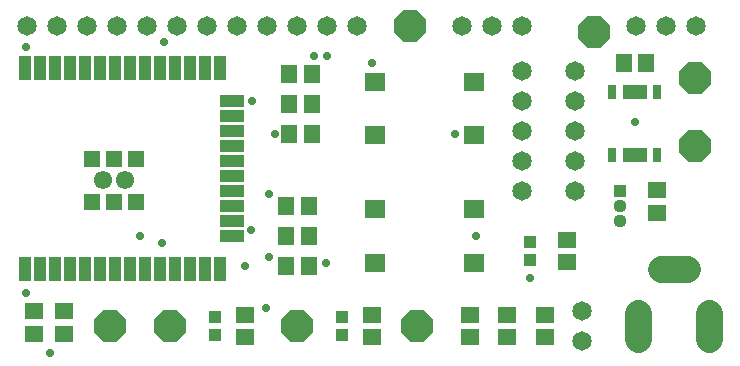
<source format=gbr>
G04 EAGLE Gerber RS-274X export*
G75*
%MOMM*%
%FSLAX34Y34*%
%LPD*%
%INSoldermask Top*%
%IPPOS*%
%AMOC8*
5,1,8,0,0,1.08239X$1,22.5*%
G01*
%ADD10R,1.427000X1.627000*%
%ADD11R,1.627000X1.427000*%
%ADD12C,1.651000*%
%ADD13R,0.727000X1.177000*%
%ADD14R,1.997000X1.177000*%
%ADD15R,1.077000X1.077000*%
%ADD16R,1.727000X1.527000*%
%ADD17R,1.027000X2.127000*%
%ADD18R,2.127000X1.027000*%
%ADD19R,1.457000X1.457000*%
%ADD20C,1.549400*%
%ADD21R,1.127000X1.127000*%
%ADD22C,1.127000*%
%ADD23P,2.886734X8X22.500000*%
%ADD24C,2.311400*%
%ADD25C,0.731000*%


D10*
X523900Y260350D03*
X542900Y260350D03*
D11*
X552450Y153010D03*
X552450Y134010D03*
D12*
X488950Y50800D03*
X488950Y25400D03*
D13*
X514350Y182800D03*
D14*
X533400Y182800D03*
D13*
X552450Y182800D03*
X552450Y236300D03*
D14*
X533400Y236300D03*
D13*
X514350Y236300D03*
D15*
X444500Y94100D03*
X444500Y109100D03*
D10*
X257150Y139700D03*
X238150Y139700D03*
X259690Y200660D03*
X240690Y200660D03*
D11*
X457200Y28600D03*
X457200Y47600D03*
D16*
X313600Y91800D03*
X397600Y91800D03*
X313600Y136800D03*
X397600Y136800D03*
X313600Y199750D03*
X397600Y199750D03*
X313600Y244750D03*
X397600Y244750D03*
D17*
X17250Y86450D03*
X29950Y86450D03*
X42650Y86450D03*
X55350Y86450D03*
X68050Y86450D03*
X80750Y86450D03*
X93450Y86450D03*
X106150Y86450D03*
X118850Y86450D03*
X131550Y86450D03*
X144250Y86450D03*
X156950Y86450D03*
X169650Y86450D03*
X182350Y86450D03*
D18*
X192350Y114300D03*
X192350Y127000D03*
X192350Y139700D03*
X192350Y152400D03*
X192350Y165100D03*
X192350Y177800D03*
X192350Y190500D03*
X192350Y203200D03*
X192350Y215900D03*
X192350Y228600D03*
D17*
X182350Y256450D03*
X169650Y256450D03*
X156950Y256450D03*
X144250Y256450D03*
X131550Y256450D03*
X118850Y256450D03*
X106150Y256450D03*
X93450Y256450D03*
X80750Y256450D03*
X68050Y256450D03*
X55350Y256450D03*
X42650Y256450D03*
X29950Y256450D03*
X17250Y256450D03*
D19*
X73900Y143100D03*
X73900Y179800D03*
X92250Y143100D03*
X92250Y179800D03*
X110600Y143100D03*
X110600Y179800D03*
D20*
X83075Y161450D03*
X101425Y161450D03*
D12*
X247650Y292100D03*
X273050Y292100D03*
X298450Y292100D03*
X222250Y292100D03*
X196850Y292100D03*
X171450Y292100D03*
X146050Y292100D03*
X120650Y292100D03*
X95250Y292100D03*
X69850Y292100D03*
X44450Y292100D03*
X19050Y292100D03*
D15*
X177800Y45600D03*
X177800Y30600D03*
X285750Y30600D03*
X285750Y45600D03*
D11*
X203200Y28600D03*
X203200Y47600D03*
X311150Y47600D03*
X311150Y28600D03*
D21*
X520700Y152400D03*
D22*
X520700Y139700D03*
X520700Y127000D03*
D12*
X482600Y203200D03*
X482600Y228600D03*
X482600Y254000D03*
X482600Y177800D03*
X482600Y152400D03*
X438150Y203200D03*
X438150Y177800D03*
X438150Y152400D03*
X438150Y228600D03*
X438150Y254000D03*
X387350Y292100D03*
X412750Y292100D03*
X438150Y292100D03*
D10*
X238150Y88900D03*
X257150Y88900D03*
X257150Y114300D03*
X238150Y114300D03*
X240690Y251460D03*
X259690Y251460D03*
X259690Y226060D03*
X240690Y226060D03*
D11*
X393700Y47600D03*
X393700Y28600D03*
X425450Y28600D03*
X425450Y47600D03*
D23*
X88900Y38100D03*
X247650Y38100D03*
X139700Y38100D03*
X499110Y287020D03*
X349250Y38100D03*
X342900Y292100D03*
X584200Y190500D03*
X584200Y247650D03*
D11*
X24384Y50648D03*
X24384Y31648D03*
X49784Y50648D03*
X49784Y31648D03*
X476250Y111100D03*
X476250Y92100D03*
D12*
X585470Y292100D03*
X560070Y292100D03*
X534670Y292100D03*
D24*
X555498Y86100D02*
X577342Y86100D01*
X596420Y49022D02*
X596420Y27178D01*
X536420Y27178D02*
X536420Y49022D01*
D25*
X228600Y200660D03*
X223520Y149860D03*
X223520Y96520D03*
X220980Y53340D03*
X17780Y274320D03*
X17780Y66040D03*
X38100Y15240D03*
X398780Y114300D03*
X444500Y78740D03*
X533400Y210820D03*
X381000Y200660D03*
X261620Y266700D03*
X271780Y91440D03*
X208280Y119380D03*
X203200Y88900D03*
X209550Y228600D03*
X134645Y278105D03*
X114300Y114300D03*
X133350Y107950D03*
X273050Y266700D03*
X311150Y260350D03*
M02*

</source>
